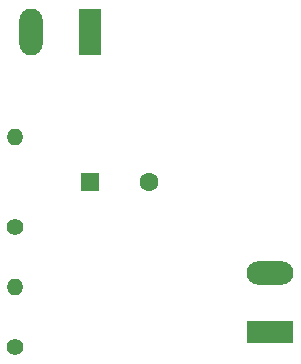
<source format=gts>
G04 #@! TF.GenerationSoftware,KiCad,Pcbnew,(5.1.9)-1*
G04 #@! TF.CreationDate,2021-05-12T12:10:18-07:00*
G04 #@! TF.ProjectId,Senior Project - Second Board,53656e69-6f72-4205-9072-6f6a65637420,rev?*
G04 #@! TF.SameCoordinates,Original*
G04 #@! TF.FileFunction,Soldermask,Top*
G04 #@! TF.FilePolarity,Negative*
%FSLAX46Y46*%
G04 Gerber Fmt 4.6, Leading zero omitted, Abs format (unit mm)*
G04 Created by KiCad (PCBNEW (5.1.9)-1) date 2021-05-12 12:10:18*
%MOMM*%
%LPD*%
G01*
G04 APERTURE LIST*
%ADD10R,1.600000X1.600000*%
%ADD11C,1.600000*%
%ADD12R,3.960000X1.980000*%
%ADD13O,3.960000X1.980000*%
%ADD14O,1.980000X3.960000*%
%ADD15R,1.980000X3.960000*%
%ADD16C,1.400000*%
%ADD17O,1.400000X1.400000*%
G04 APERTURE END LIST*
D10*
X134620000Y-95250000D03*
D11*
X139620000Y-95250000D03*
D12*
X149860000Y-107950000D03*
D13*
X149860000Y-102950000D03*
D14*
X129620000Y-82550000D03*
D15*
X134620000Y-82550000D03*
D16*
X128270000Y-99060000D03*
D17*
X128270000Y-91440000D03*
D16*
X128270000Y-109220000D03*
D17*
X128270000Y-104140000D03*
M02*

</source>
